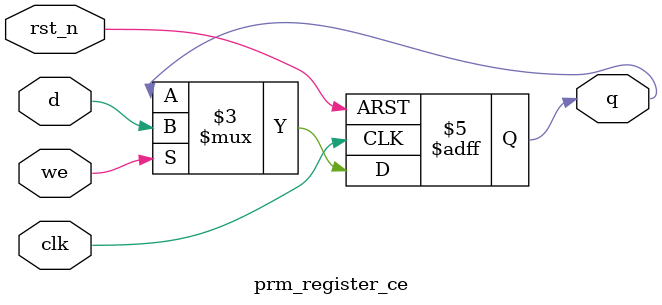
<source format=v>

module prm_register_ce
#(
    parameter WIDTH = 1
)
(
    input                        clk,
    input                        rst_n,
    input                        we,
    input      [ WIDTH - 1 : 0 ] d,
    output reg [ WIDTH - 1 : 0 ] q
);
    localparam RESET = { WIDTH { 1'b0 } };
    
    always @ (posedge clk or negedge rst_n)
        if(~rst_n)
            q <= RESET;
        else
            if(we) q <= d;
endmodule

</source>
